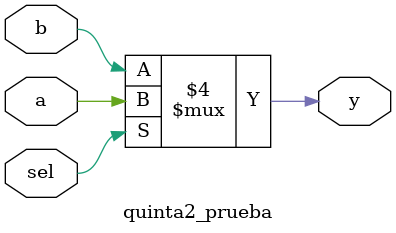
<source format=v>
module     quinta2_prueba
(
    input		a, b,
    input		sel,
    output reg		y
    // Outputs
) ;
always @(a or b or sel)
  begin //Sobra en este caso
	if (sel == 1)
		y = a;
	else
		y = b;
  end //


endmodule


</source>
